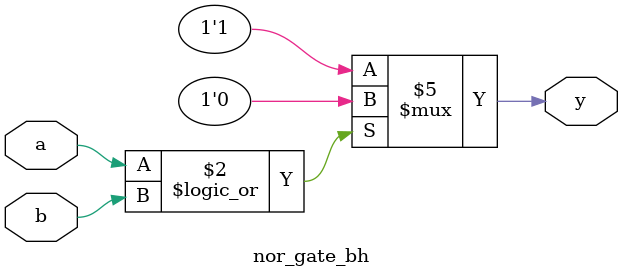
<source format=v>

module nor_gate_bh(input a,b,output reg y); // define module to test run
	always @ (*) begin
	if ( ~(a||b))
		y=1;
	else
		y=0;
	end
endmodule

</source>
